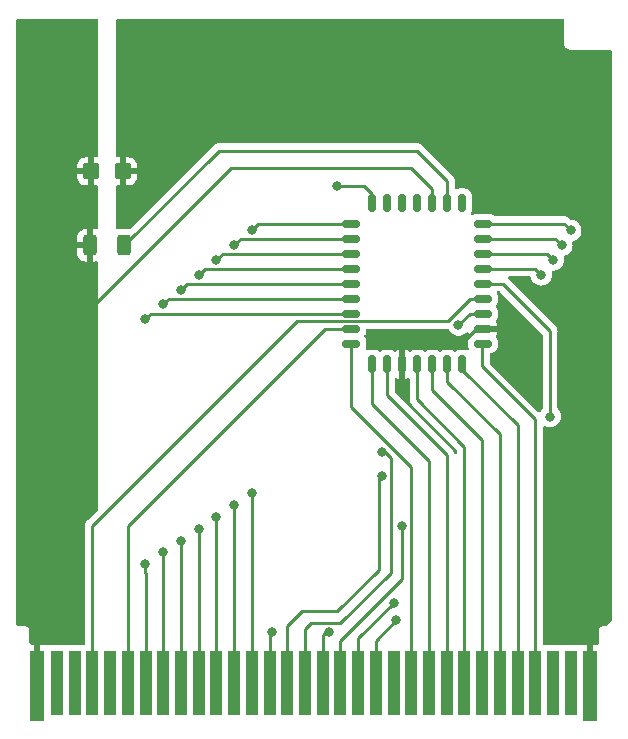
<source format=gtl>
G04 #@! TF.GenerationSoftware,KiCad,Pcbnew,(6.0.6)*
G04 #@! TF.CreationDate,2022-11-05T17:07:15-04:00*
G04 #@! TF.ProjectId,isaacCart,69736161-6343-4617-9274-2e6b69636164,rev?*
G04 #@! TF.SameCoordinates,Original*
G04 #@! TF.FileFunction,Copper,L1,Top*
G04 #@! TF.FilePolarity,Positive*
%FSLAX46Y46*%
G04 Gerber Fmt 4.6, Leading zero omitted, Abs format (unit mm)*
G04 Created by KiCad (PCBNEW (6.0.6)) date 2022-11-05 17:07:15*
%MOMM*%
%LPD*%
G01*
G04 APERTURE LIST*
G04 Aperture macros list*
%AMRoundRect*
0 Rectangle with rounded corners*
0 $1 Rounding radius*
0 $2 $3 $4 $5 $6 $7 $8 $9 X,Y pos of 4 corners*
0 Add a 4 corners polygon primitive as box body*
4,1,4,$2,$3,$4,$5,$6,$7,$8,$9,$2,$3,0*
0 Add four circle primitives for the rounded corners*
1,1,$1+$1,$2,$3*
1,1,$1+$1,$4,$5*
1,1,$1+$1,$6,$7*
1,1,$1+$1,$8,$9*
0 Add four rect primitives between the rounded corners*
20,1,$1+$1,$2,$3,$4,$5,0*
20,1,$1+$1,$4,$5,$6,$7,0*
20,1,$1+$1,$6,$7,$8,$9,0*
20,1,$1+$1,$8,$9,$2,$3,0*%
G04 Aperture macros list end*
G04 #@! TA.AperFunction,SMDPad,CuDef*
%ADD10RoundRect,0.250000X0.312500X0.625000X-0.312500X0.625000X-0.312500X-0.625000X0.312500X-0.625000X0*%
G04 #@! TD*
G04 #@! TA.AperFunction,ConnectorPad*
%ADD11R,1.300000X6.000000*%
G04 #@! TD*
G04 #@! TA.AperFunction,ConnectorPad*
%ADD12R,1.000000X5.500000*%
G04 #@! TD*
G04 #@! TA.AperFunction,SMDPad,CuDef*
%ADD13RoundRect,0.250000X-0.450000X-0.425000X0.450000X-0.425000X0.450000X0.425000X-0.450000X0.425000X0*%
G04 #@! TD*
G04 #@! TA.AperFunction,SMDPad,CuDef*
%ADD14RoundRect,0.150000X-0.150000X-0.587500X0.150000X-0.587500X0.150000X0.587500X-0.150000X0.587500X0*%
G04 #@! TD*
G04 #@! TA.AperFunction,SMDPad,CuDef*
%ADD15RoundRect,0.150000X-0.587500X-0.150000X0.587500X-0.150000X0.587500X0.150000X-0.587500X0.150000X0*%
G04 #@! TD*
G04 #@! TA.AperFunction,ViaPad*
%ADD16C,0.800000*%
G04 #@! TD*
G04 #@! TA.AperFunction,Conductor*
%ADD17C,0.250000*%
G04 #@! TD*
G04 APERTURE END LIST*
D10*
X112652500Y-97870000D03*
X109727500Y-97870000D03*
D11*
X152091240Y-135183407D03*
D12*
X150441240Y-134933407D03*
X148941240Y-134933407D03*
X147441240Y-134933407D03*
X145941240Y-134933407D03*
X144441240Y-134933407D03*
X142941240Y-134933407D03*
X141441240Y-134933407D03*
X139941240Y-134933407D03*
X138441240Y-134933407D03*
X136941240Y-134933407D03*
X135441240Y-134933407D03*
X133941240Y-134933407D03*
X132441240Y-134933407D03*
X130941240Y-134933407D03*
X129441240Y-134933407D03*
X127941240Y-134933407D03*
X126441240Y-134933407D03*
X124941240Y-134933407D03*
X123441240Y-134933407D03*
X121941240Y-134933407D03*
X120441240Y-134933407D03*
X118941240Y-134933407D03*
X117441240Y-134933407D03*
X115941240Y-134933407D03*
X114441240Y-134933407D03*
X112941240Y-134933407D03*
X111441240Y-134933407D03*
X109941240Y-134933407D03*
X108441240Y-134933407D03*
X106941240Y-134933407D03*
D11*
X105291240Y-135183407D03*
D13*
X109840000Y-91620000D03*
X112540000Y-91620000D03*
D14*
X137440000Y-94282500D03*
X136170000Y-94282500D03*
X134900000Y-94282500D03*
X133630000Y-94282500D03*
D15*
X131877500Y-96040000D03*
X131877500Y-97310000D03*
X131877500Y-98580000D03*
X131877500Y-99850000D03*
X131877500Y-101120000D03*
X131877500Y-102390000D03*
X131877500Y-103660000D03*
X131877500Y-104930000D03*
X131877500Y-106200000D03*
D14*
X133630000Y-107957500D03*
X134900000Y-107957500D03*
X136170000Y-107957500D03*
X137440000Y-107957500D03*
X138710000Y-107957500D03*
X139980000Y-107957500D03*
X141250000Y-107957500D03*
D15*
X143002500Y-106200000D03*
X143002500Y-104930000D03*
X143002500Y-103660000D03*
X143002500Y-102390000D03*
X143002500Y-101120000D03*
X143002500Y-99850000D03*
X143002500Y-98580000D03*
X143002500Y-97310000D03*
X143002500Y-96040000D03*
D14*
X141250000Y-94282500D03*
X139980000Y-94282500D03*
X138710000Y-94282500D03*
D16*
X145528576Y-104531424D03*
X151440000Y-95370000D03*
X114440000Y-104120000D03*
X114440000Y-124870000D03*
X115940000Y-123870000D03*
X115940000Y-102870000D03*
X117440000Y-122870000D03*
X117440000Y-101620000D03*
X118940000Y-100370000D03*
X118940000Y-121870000D03*
X120440000Y-120870000D03*
X120440000Y-99120000D03*
X121940000Y-119870000D03*
X121940000Y-97855500D03*
X123440000Y-118870000D03*
X123440000Y-96585500D03*
X125190000Y-130620000D03*
X148965500Y-99120000D03*
X134465500Y-117370000D03*
X147940000Y-100370000D03*
X140940000Y-104620000D03*
X134440000Y-115370497D03*
X129940000Y-130620000D03*
X148690000Y-112370000D03*
X130690000Y-92870000D03*
X136190000Y-121620000D03*
X135440000Y-128120000D03*
X149690000Y-97870000D03*
X150440000Y-96620000D03*
X135690000Y-129620000D03*
D17*
X121690000Y-91370000D02*
X109690000Y-103370000D01*
X136940000Y-91370000D02*
X121690000Y-91370000D01*
X138710000Y-94282500D02*
X138710000Y-93140000D01*
X138710000Y-93140000D02*
X136940000Y-91370000D01*
X130941240Y-131368760D02*
X130941240Y-134933407D01*
X136190000Y-121620000D02*
X136190000Y-126120000D01*
X136190000Y-126120000D02*
X130941240Y-131368760D01*
X133630000Y-93560000D02*
X133630000Y-94282500D01*
X130690000Y-92870000D02*
X132940000Y-92870000D01*
X132940000Y-92870000D02*
X133630000Y-93560000D01*
X140940000Y-104620000D02*
X141900000Y-103660000D01*
X141900000Y-103660000D02*
X143002500Y-103660000D01*
X124941240Y-130868760D02*
X124941240Y-134933407D01*
X125190000Y-130620000D02*
X124941240Y-130868760D01*
X129692480Y-130620000D02*
X129441240Y-130871240D01*
X129940000Y-130620000D02*
X129692480Y-130620000D01*
X129441240Y-130871240D02*
X129441240Y-134933407D01*
X141920000Y-102390000D02*
X143002500Y-102390000D01*
X140025000Y-104285000D02*
X141920000Y-102390000D01*
X109941240Y-121618760D02*
X127275000Y-104285000D01*
X127275000Y-104285000D02*
X140025000Y-104285000D01*
X109941240Y-134933407D02*
X109941240Y-121618760D01*
X126441240Y-130121240D02*
X126441240Y-134933407D01*
X126440000Y-130120000D02*
X126441240Y-130121240D01*
X127690000Y-128870000D02*
X126440000Y-130120000D01*
X130690000Y-128870000D02*
X127690000Y-128870000D01*
X134190000Y-125370000D02*
X130690000Y-128870000D01*
X134190000Y-117645500D02*
X134190000Y-125370000D01*
X134465500Y-117370000D02*
X134190000Y-117645500D01*
X128440000Y-129870000D02*
X127941240Y-130368760D01*
X135190000Y-115870000D02*
X135190000Y-125620000D01*
X135190000Y-125620000D02*
X130940000Y-129870000D01*
X127941240Y-130368760D02*
X127941240Y-134933407D01*
X134690497Y-115370497D02*
X135190000Y-115870000D01*
X134440000Y-115370497D02*
X134690497Y-115370497D01*
X130940000Y-129870000D02*
X128440000Y-129870000D01*
X114440000Y-125620000D02*
X114440000Y-124870000D01*
X121940000Y-119870000D02*
X121941240Y-119871240D01*
X118940000Y-121870000D02*
X118941240Y-121871240D01*
X133630000Y-111310000D02*
X138441240Y-116121240D01*
X147441240Y-112621240D02*
X142940000Y-108120000D01*
X123440000Y-118870000D02*
X123441240Y-118871240D01*
X112941240Y-121618760D02*
X129630000Y-104930000D01*
X117441240Y-122871240D02*
X117441240Y-134933407D01*
X112941240Y-134933407D02*
X112941240Y-121618760D01*
X129630000Y-104930000D02*
X131877500Y-104930000D01*
X114441240Y-134933407D02*
X114441240Y-125621240D01*
X114441240Y-125621240D02*
X114440000Y-125620000D01*
X115940000Y-123870000D02*
X115941240Y-123871240D01*
X115941240Y-123871240D02*
X115941240Y-134933407D01*
X117440000Y-122870000D02*
X117441240Y-122871240D01*
X118941240Y-121871240D02*
X118941240Y-134933407D01*
X138690000Y-107977500D02*
X138710000Y-107957500D01*
X120440000Y-120870000D02*
X120441240Y-120871240D01*
X120441240Y-120871240D02*
X120441240Y-134933407D01*
X121941240Y-119871240D02*
X121941240Y-134933407D01*
X123441240Y-118871240D02*
X123441240Y-134933407D01*
X132441240Y-134933407D02*
X132441240Y-131118760D01*
X132441240Y-131118760D02*
X135440000Y-128120000D01*
X133941240Y-134933407D02*
X133941240Y-131368760D01*
X147441240Y-134933407D02*
X147441240Y-112621240D01*
X133941240Y-131368760D02*
X135690000Y-129620000D01*
X136941240Y-134933407D02*
X136941240Y-116621240D01*
X136941240Y-116621240D02*
X131877500Y-111557500D01*
X131877500Y-111557500D02*
X131877500Y-106200000D01*
X133630000Y-107957500D02*
X133630000Y-111310000D01*
X138441240Y-116121240D02*
X138441240Y-134933407D01*
X139941240Y-134933407D02*
X139941240Y-115621240D01*
X139941240Y-115621240D02*
X134900000Y-110580000D01*
X134900000Y-110580000D02*
X134900000Y-107957500D01*
X137440000Y-107957500D02*
X137440000Y-110926802D01*
X137440000Y-110926802D02*
X141441240Y-114928042D01*
X141441240Y-114928042D02*
X141441240Y-134933407D01*
X142941240Y-134933407D02*
X142941240Y-114371240D01*
X142941240Y-114371240D02*
X138690000Y-110120000D01*
X138690000Y-110120000D02*
X138690000Y-107977500D01*
X139980000Y-107957500D02*
X139980000Y-109410000D01*
X139980000Y-109410000D02*
X144441240Y-113871240D01*
X144441240Y-113871240D02*
X144441240Y-134933407D01*
X141250000Y-107957500D02*
X141250000Y-108430000D01*
X141250000Y-108430000D02*
X145940000Y-113120000D01*
X145940000Y-113120000D02*
X145940000Y-134932167D01*
X145940000Y-134932167D02*
X145941240Y-134933407D01*
X142940000Y-108120000D02*
X142940000Y-106262500D01*
X142940000Y-106262500D02*
X143002500Y-106200000D01*
X142405305Y-104930000D02*
X141215305Y-106120000D01*
X144690000Y-101120000D02*
X143002500Y-101120000D01*
X148690000Y-112370000D02*
X148690000Y-105120000D01*
X148690000Y-105120000D02*
X144690000Y-101120000D01*
X147940000Y-100370000D02*
X147420000Y-99850000D01*
X147420000Y-99850000D02*
X143002500Y-99850000D01*
X145130000Y-104930000D02*
X143002500Y-104930000D01*
X145528576Y-104531424D02*
X145130000Y-104930000D01*
X143002500Y-104930000D02*
X142405305Y-104930000D01*
X136170000Y-107818249D02*
X136170000Y-107957500D01*
X149860000Y-96040000D02*
X143002500Y-96040000D01*
X150440000Y-96620000D02*
X149860000Y-96040000D01*
X148425500Y-98580000D02*
X143002500Y-98580000D01*
X148965500Y-99120000D02*
X148425500Y-98580000D01*
X149690000Y-97870000D02*
X149130000Y-97310000D01*
X149130000Y-97310000D02*
X143002500Y-97310000D01*
X123985500Y-96040000D02*
X123440000Y-96585500D01*
X131877500Y-96040000D02*
X123985500Y-96040000D01*
X122485500Y-97310000D02*
X123000000Y-97310000D01*
X121940000Y-97855500D02*
X122485500Y-97310000D01*
X120980000Y-98580000D02*
X131877500Y-98580000D01*
X120440000Y-99120000D02*
X120980000Y-98580000D01*
X131857500Y-99870000D02*
X131877500Y-99850000D01*
X118940000Y-100370000D02*
X119440000Y-99870000D01*
X119440000Y-99870000D02*
X131857500Y-99870000D01*
X117940000Y-101120000D02*
X131877500Y-101120000D01*
X117440000Y-101620000D02*
X117940000Y-101120000D01*
X116420000Y-102390000D02*
X131877500Y-102390000D01*
X115940000Y-102870000D02*
X116420000Y-102390000D01*
X114900000Y-103660000D02*
X131877500Y-103660000D01*
X114440000Y-104120000D02*
X114900000Y-103660000D01*
X131877500Y-97310000D02*
X123000000Y-97310000D01*
X139980000Y-92410000D02*
X139980000Y-94282500D01*
X112652500Y-97870000D02*
X120652500Y-89870000D01*
X120652500Y-89870000D02*
X137440000Y-89870000D01*
X137440000Y-89870000D02*
X139980000Y-92410000D01*
G04 #@! TA.AperFunction,Conductor*
G36*
X149838621Y-78723502D02*
G01*
X149885114Y-78777158D01*
X149896500Y-78829500D01*
X149896500Y-80786377D01*
X149896498Y-80787147D01*
X149896024Y-80864721D01*
X149898491Y-80873352D01*
X149904150Y-80893153D01*
X149907728Y-80909915D01*
X149911920Y-80939187D01*
X149915634Y-80947355D01*
X149915634Y-80947356D01*
X149922548Y-80962562D01*
X149928996Y-80980086D01*
X149936051Y-81004771D01*
X149940843Y-81012365D01*
X149940844Y-81012368D01*
X149951830Y-81029780D01*
X149959969Y-81044863D01*
X149972208Y-81071782D01*
X149978069Y-81078584D01*
X149988970Y-81091235D01*
X150000073Y-81106239D01*
X150013776Y-81127958D01*
X150020501Y-81133897D01*
X150020504Y-81133901D01*
X150035938Y-81147532D01*
X150047982Y-81159724D01*
X150061427Y-81175327D01*
X150061430Y-81175329D01*
X150067287Y-81182127D01*
X150074816Y-81187007D01*
X150074817Y-81187008D01*
X150088835Y-81196094D01*
X150103709Y-81207385D01*
X150116217Y-81218431D01*
X150122951Y-81224378D01*
X150149711Y-81236942D01*
X150164691Y-81245263D01*
X150181983Y-81256471D01*
X150181988Y-81256473D01*
X150189515Y-81261352D01*
X150198108Y-81263922D01*
X150198113Y-81263924D01*
X150214120Y-81268711D01*
X150231564Y-81275372D01*
X150246676Y-81282467D01*
X150246678Y-81282468D01*
X150254800Y-81286281D01*
X150263667Y-81287662D01*
X150263668Y-81287662D01*
X150273310Y-81289163D01*
X150284017Y-81290830D01*
X150300732Y-81294613D01*
X150320466Y-81300515D01*
X150320472Y-81300516D01*
X150329066Y-81303086D01*
X150338037Y-81303141D01*
X150338038Y-81303141D01*
X150348097Y-81303202D01*
X150363506Y-81303296D01*
X150364289Y-81303329D01*
X150365386Y-81303500D01*
X150396377Y-81303500D01*
X150397147Y-81303502D01*
X150470785Y-81303952D01*
X150470786Y-81303952D01*
X150474721Y-81303976D01*
X150476065Y-81303592D01*
X150477410Y-81303500D01*
X153770500Y-81303500D01*
X153838621Y-81323502D01*
X153885114Y-81377158D01*
X153896500Y-81429500D01*
X153896500Y-129611310D01*
X153876498Y-129679431D01*
X153859595Y-129700405D01*
X153510405Y-130049595D01*
X153448093Y-130083621D01*
X153421310Y-130086500D01*
X153313623Y-130086500D01*
X153312853Y-130086498D01*
X153312037Y-130086493D01*
X153235279Y-130086024D01*
X153222246Y-130089749D01*
X153206847Y-130094150D01*
X153190085Y-130097728D01*
X153160813Y-130101920D01*
X153152645Y-130105634D01*
X153152644Y-130105634D01*
X153137438Y-130112548D01*
X153119914Y-130118996D01*
X153095229Y-130126051D01*
X153087635Y-130130843D01*
X153087632Y-130130844D01*
X153070220Y-130141830D01*
X153055137Y-130149969D01*
X153028218Y-130162208D01*
X153021416Y-130168069D01*
X153008765Y-130178970D01*
X152993761Y-130190073D01*
X152972042Y-130203776D01*
X152966103Y-130210501D01*
X152966099Y-130210504D01*
X152952468Y-130225938D01*
X152940276Y-130237982D01*
X152924673Y-130251427D01*
X152924671Y-130251430D01*
X152917873Y-130257287D01*
X152912993Y-130264816D01*
X152912992Y-130264817D01*
X152903906Y-130278835D01*
X152892615Y-130293709D01*
X152888061Y-130298866D01*
X152875622Y-130312951D01*
X152863058Y-130339711D01*
X152854737Y-130354691D01*
X152843529Y-130371983D01*
X152843527Y-130371988D01*
X152838648Y-130379515D01*
X152836078Y-130388108D01*
X152836076Y-130388113D01*
X152831289Y-130404120D01*
X152824628Y-130421564D01*
X152813719Y-130444800D01*
X152812338Y-130453667D01*
X152812338Y-130453668D01*
X152809170Y-130474015D01*
X152805387Y-130490732D01*
X152799485Y-130510466D01*
X152799484Y-130510472D01*
X152796914Y-130519066D01*
X152796859Y-130528037D01*
X152796859Y-130528038D01*
X152796704Y-130553497D01*
X152796671Y-130554289D01*
X152796500Y-130555386D01*
X152796500Y-130586377D01*
X152796498Y-130587147D01*
X152796024Y-130664721D01*
X152796408Y-130666065D01*
X152796500Y-130667410D01*
X152796500Y-131549407D01*
X152776498Y-131617528D01*
X152722842Y-131664021D01*
X152670500Y-131675407D01*
X152363355Y-131675407D01*
X152348116Y-131679882D01*
X152346911Y-131681272D01*
X152345240Y-131688955D01*
X152345240Y-133870000D01*
X151837240Y-133870000D01*
X151837240Y-131693523D01*
X151832765Y-131678284D01*
X151831375Y-131677079D01*
X151823692Y-131675408D01*
X151396571Y-131675408D01*
X151389750Y-131675778D01*
X151338888Y-131681302D01*
X151323634Y-131684929D01*
X151236181Y-131717713D01*
X151165374Y-131722896D01*
X151147723Y-131717713D01*
X151058958Y-131684436D01*
X151058952Y-131684434D01*
X151051556Y-131681662D01*
X150989374Y-131674907D01*
X149893106Y-131674907D01*
X149830924Y-131681662D01*
X149823528Y-131684434D01*
X149823522Y-131684436D01*
X149735469Y-131717446D01*
X149664662Y-131722629D01*
X149647011Y-131717446D01*
X149558958Y-131684436D01*
X149558952Y-131684434D01*
X149551556Y-131681662D01*
X149489374Y-131674907D01*
X148393106Y-131674907D01*
X148330924Y-131681662D01*
X148244969Y-131713885D01*
X148174163Y-131719068D01*
X148111794Y-131685147D01*
X148077664Y-131622892D01*
X148074740Y-131595903D01*
X148074740Y-113284569D01*
X148094742Y-113216448D01*
X148148398Y-113169955D01*
X148218672Y-113159851D01*
X148251989Y-113169462D01*
X148275865Y-113180092D01*
X148407712Y-113238794D01*
X148501113Y-113258647D01*
X148588056Y-113277128D01*
X148588061Y-113277128D01*
X148594513Y-113278500D01*
X148785487Y-113278500D01*
X148791939Y-113277128D01*
X148791944Y-113277128D01*
X148878887Y-113258647D01*
X148972288Y-113238794D01*
X148978319Y-113236109D01*
X149140722Y-113163803D01*
X149140724Y-113163802D01*
X149146752Y-113161118D01*
X149301253Y-113048866D01*
X149380185Y-112961203D01*
X149424621Y-112911852D01*
X149424622Y-112911851D01*
X149429040Y-112906944D01*
X149524527Y-112741556D01*
X149583542Y-112559928D01*
X149603504Y-112370000D01*
X149583542Y-112180072D01*
X149524527Y-111998444D01*
X149429040Y-111833056D01*
X149355863Y-111751785D01*
X149325147Y-111687779D01*
X149323500Y-111667476D01*
X149323500Y-105198767D01*
X149324027Y-105187584D01*
X149325702Y-105180091D01*
X149324975Y-105156944D01*
X149323562Y-105112014D01*
X149323500Y-105108055D01*
X149323500Y-105080144D01*
X149322995Y-105076144D01*
X149322062Y-105064301D01*
X149322004Y-105062432D01*
X149320673Y-105020110D01*
X149315022Y-105000658D01*
X149311014Y-104981306D01*
X149309467Y-104969063D01*
X149308474Y-104961203D01*
X149305556Y-104953832D01*
X149292200Y-104920097D01*
X149288355Y-104908870D01*
X149287721Y-104906687D01*
X149276018Y-104866407D01*
X149271984Y-104859585D01*
X149271981Y-104859579D01*
X149265706Y-104848968D01*
X149257010Y-104831218D01*
X149252472Y-104819756D01*
X149252469Y-104819751D01*
X149249552Y-104812383D01*
X149223573Y-104776625D01*
X149217057Y-104766707D01*
X149198575Y-104735457D01*
X149194542Y-104728637D01*
X149180218Y-104714313D01*
X149167376Y-104699278D01*
X149155472Y-104682893D01*
X149121406Y-104654711D01*
X149112627Y-104646722D01*
X145193652Y-100727747D01*
X145186112Y-100719461D01*
X145182000Y-100712982D01*
X145169614Y-100701351D01*
X145133648Y-100640138D01*
X145136485Y-100569198D01*
X145177225Y-100511054D01*
X145242933Y-100484165D01*
X145255866Y-100483500D01*
X146930081Y-100483500D01*
X146998202Y-100503502D01*
X147044695Y-100557158D01*
X147049913Y-100570562D01*
X147105473Y-100741556D01*
X147108776Y-100747278D01*
X147108777Y-100747279D01*
X147142686Y-100806010D01*
X147200960Y-100906944D01*
X147205378Y-100911851D01*
X147205379Y-100911852D01*
X147324325Y-101043955D01*
X147328747Y-101048866D01*
X147483248Y-101161118D01*
X147489276Y-101163802D01*
X147489278Y-101163803D01*
X147651681Y-101236109D01*
X147657712Y-101238794D01*
X147732680Y-101254729D01*
X147838056Y-101277128D01*
X147838061Y-101277128D01*
X147844513Y-101278500D01*
X148035487Y-101278500D01*
X148041939Y-101277128D01*
X148041944Y-101277128D01*
X148147320Y-101254729D01*
X148222288Y-101238794D01*
X148228319Y-101236109D01*
X148390722Y-101163803D01*
X148390724Y-101163802D01*
X148396752Y-101161118D01*
X148551253Y-101048866D01*
X148555675Y-101043955D01*
X148674621Y-100911852D01*
X148674622Y-100911851D01*
X148679040Y-100906944D01*
X148737314Y-100806010D01*
X148771223Y-100747279D01*
X148771224Y-100747278D01*
X148774527Y-100741556D01*
X148833542Y-100559928D01*
X148834537Y-100550467D01*
X148852814Y-100376565D01*
X148853504Y-100370000D01*
X148833542Y-100180072D01*
X148833117Y-100178763D01*
X148838372Y-100109905D01*
X148881189Y-100053273D01*
X148947827Y-100028780D01*
X148956216Y-100028500D01*
X149060987Y-100028500D01*
X149067439Y-100027128D01*
X149067444Y-100027128D01*
X149172820Y-100004729D01*
X149247788Y-99988794D01*
X149253819Y-99986109D01*
X149416222Y-99913803D01*
X149416224Y-99913802D01*
X149422252Y-99911118D01*
X149576753Y-99798866D01*
X149581175Y-99793955D01*
X149700121Y-99661852D01*
X149700122Y-99661851D01*
X149704540Y-99656944D01*
X149762814Y-99556010D01*
X149796723Y-99497279D01*
X149796724Y-99497278D01*
X149800027Y-99491556D01*
X149859042Y-99309928D01*
X149862002Y-99281770D01*
X149878314Y-99126565D01*
X149879004Y-99120000D01*
X149859042Y-98930072D01*
X149851466Y-98906755D01*
X149849438Y-98835789D01*
X149886100Y-98774991D01*
X149945100Y-98744574D01*
X149965825Y-98740168D01*
X149965827Y-98740167D01*
X149972288Y-98738794D01*
X149978319Y-98736109D01*
X150140722Y-98663803D01*
X150140724Y-98663802D01*
X150146752Y-98661118D01*
X150301253Y-98548866D01*
X150305675Y-98543955D01*
X150424621Y-98411852D01*
X150424622Y-98411851D01*
X150429040Y-98406944D01*
X150517076Y-98254461D01*
X150521223Y-98247279D01*
X150521224Y-98247278D01*
X150524527Y-98241556D01*
X150583542Y-98059928D01*
X150584594Y-98049925D01*
X150602814Y-97876565D01*
X150603504Y-97870000D01*
X150590586Y-97747094D01*
X150584232Y-97686635D01*
X150584232Y-97686633D01*
X150583542Y-97680072D01*
X150577614Y-97661827D01*
X150575585Y-97590862D01*
X150612246Y-97530063D01*
X150671248Y-97499644D01*
X150715824Y-97490169D01*
X150715833Y-97490166D01*
X150722288Y-97488794D01*
X150728319Y-97486109D01*
X150890722Y-97413803D01*
X150890724Y-97413802D01*
X150896752Y-97411118D01*
X151051253Y-97298866D01*
X151055675Y-97293955D01*
X151174621Y-97161852D01*
X151174622Y-97161851D01*
X151179040Y-97156944D01*
X151274527Y-96991556D01*
X151333542Y-96809928D01*
X151336806Y-96778879D01*
X151352814Y-96626565D01*
X151353504Y-96620000D01*
X151343360Y-96523483D01*
X151334232Y-96436635D01*
X151334232Y-96436633D01*
X151333542Y-96430072D01*
X151274527Y-96248444D01*
X151179040Y-96083056D01*
X151051253Y-95941134D01*
X150896752Y-95828882D01*
X150890724Y-95826198D01*
X150890722Y-95826197D01*
X150728319Y-95753891D01*
X150728318Y-95753891D01*
X150722288Y-95751206D01*
X150628887Y-95731353D01*
X150541944Y-95712872D01*
X150541939Y-95712872D01*
X150535487Y-95711500D01*
X150479595Y-95711500D01*
X150411474Y-95691498D01*
X150390500Y-95674595D01*
X150363652Y-95647747D01*
X150356112Y-95639461D01*
X150352000Y-95632982D01*
X150302348Y-95586356D01*
X150299507Y-95583602D01*
X150279770Y-95563865D01*
X150276573Y-95561385D01*
X150267551Y-95553680D01*
X150254116Y-95541064D01*
X150235321Y-95523414D01*
X150228375Y-95519595D01*
X150228372Y-95519593D01*
X150217566Y-95513652D01*
X150201047Y-95502801D01*
X150200583Y-95502441D01*
X150185041Y-95490386D01*
X150177772Y-95487241D01*
X150177768Y-95487238D01*
X150144463Y-95472826D01*
X150133813Y-95467609D01*
X150095060Y-95446305D01*
X150075437Y-95441267D01*
X150056734Y-95434863D01*
X150045420Y-95429967D01*
X150045419Y-95429967D01*
X150038145Y-95426819D01*
X150030322Y-95425580D01*
X150030312Y-95425577D01*
X149994476Y-95419901D01*
X149982856Y-95417495D01*
X149947711Y-95408472D01*
X149947710Y-95408472D01*
X149940030Y-95406500D01*
X149919776Y-95406500D01*
X149900065Y-95404949D01*
X149897534Y-95404548D01*
X149880057Y-95401780D01*
X149872165Y-95402526D01*
X149836039Y-95405941D01*
X149824181Y-95406500D01*
X144089950Y-95406500D01*
X144021829Y-95386498D01*
X144008729Y-95375941D01*
X144008675Y-95376011D01*
X144002415Y-95371155D01*
X143996807Y-95365547D01*
X143989983Y-95361511D01*
X143989980Y-95361509D01*
X143860427Y-95284892D01*
X143860428Y-95284892D01*
X143853601Y-95280855D01*
X143845990Y-95278644D01*
X143845988Y-95278643D01*
X143793769Y-95263472D01*
X143693831Y-95234438D01*
X143687426Y-95233934D01*
X143687421Y-95233933D01*
X143658958Y-95231693D01*
X143658950Y-95231693D01*
X143656502Y-95231500D01*
X142348498Y-95231500D01*
X142346050Y-95231693D01*
X142346042Y-95231693D01*
X142317579Y-95233933D01*
X142317574Y-95233934D01*
X142311169Y-95234438D01*
X142304997Y-95236231D01*
X142304992Y-95236232D01*
X142257297Y-95250089D01*
X142169398Y-95275626D01*
X142098403Y-95275423D01*
X142038786Y-95236869D01*
X142009478Y-95172204D01*
X142013249Y-95119477D01*
X142053767Y-94980011D01*
X142053768Y-94980007D01*
X142055562Y-94973831D01*
X142058500Y-94936502D01*
X142058500Y-93628498D01*
X142058307Y-93626042D01*
X142056067Y-93597579D01*
X142056066Y-93597574D01*
X142055562Y-93591169D01*
X142009145Y-93431399D01*
X141991301Y-93401226D01*
X141928491Y-93295020D01*
X141928489Y-93295017D01*
X141924453Y-93288193D01*
X141806807Y-93170547D01*
X141799983Y-93166511D01*
X141799980Y-93166509D01*
X141672179Y-93090928D01*
X141663601Y-93085855D01*
X141655990Y-93083644D01*
X141655988Y-93083643D01*
X141595968Y-93066206D01*
X141503831Y-93039438D01*
X141497426Y-93038934D01*
X141497421Y-93038933D01*
X141468958Y-93036693D01*
X141468950Y-93036693D01*
X141466502Y-93036500D01*
X141033498Y-93036500D01*
X141031050Y-93036693D01*
X141031042Y-93036693D01*
X141002579Y-93038933D01*
X141002574Y-93038934D01*
X140996169Y-93039438D01*
X140904032Y-93066206D01*
X140844012Y-93083643D01*
X140844010Y-93083644D01*
X140836399Y-93085855D01*
X140803637Y-93105231D01*
X140734822Y-93122689D01*
X140667491Y-93100172D01*
X140623022Y-93044827D01*
X140613500Y-92996776D01*
X140613500Y-92488763D01*
X140614027Y-92477579D01*
X140615701Y-92470091D01*
X140613562Y-92402032D01*
X140613500Y-92398075D01*
X140613500Y-92370144D01*
X140612994Y-92366138D01*
X140612061Y-92354292D01*
X140612034Y-92353414D01*
X140610673Y-92310110D01*
X140605022Y-92290658D01*
X140601014Y-92271306D01*
X140599468Y-92259068D01*
X140599467Y-92259066D01*
X140598474Y-92251203D01*
X140582194Y-92210086D01*
X140578359Y-92198885D01*
X140566018Y-92156406D01*
X140561985Y-92149587D01*
X140561983Y-92149582D01*
X140555707Y-92138971D01*
X140547010Y-92121221D01*
X140539552Y-92102383D01*
X140532115Y-92092146D01*
X140513572Y-92066625D01*
X140507053Y-92056701D01*
X140488578Y-92025460D01*
X140488574Y-92025455D01*
X140484542Y-92018637D01*
X140470218Y-92004313D01*
X140457376Y-91989278D01*
X140445472Y-91972893D01*
X140411406Y-91944711D01*
X140402627Y-91936722D01*
X137943652Y-89477747D01*
X137936112Y-89469461D01*
X137932000Y-89462982D01*
X137882348Y-89416356D01*
X137879507Y-89413602D01*
X137859770Y-89393865D01*
X137856573Y-89391385D01*
X137847551Y-89383680D01*
X137834116Y-89371064D01*
X137815321Y-89353414D01*
X137808375Y-89349595D01*
X137808372Y-89349593D01*
X137797566Y-89343652D01*
X137781047Y-89332801D01*
X137780583Y-89332441D01*
X137765041Y-89320386D01*
X137757772Y-89317241D01*
X137757768Y-89317238D01*
X137724463Y-89302826D01*
X137713813Y-89297609D01*
X137675060Y-89276305D01*
X137655437Y-89271267D01*
X137636734Y-89264863D01*
X137625420Y-89259967D01*
X137625419Y-89259967D01*
X137618145Y-89256819D01*
X137610322Y-89255580D01*
X137610312Y-89255577D01*
X137574476Y-89249901D01*
X137562856Y-89247495D01*
X137527711Y-89238472D01*
X137527710Y-89238472D01*
X137520030Y-89236500D01*
X137499776Y-89236500D01*
X137480065Y-89234949D01*
X137477534Y-89234548D01*
X137460057Y-89231780D01*
X137452165Y-89232526D01*
X137416039Y-89235941D01*
X137404181Y-89236500D01*
X120731263Y-89236500D01*
X120720079Y-89235973D01*
X120712591Y-89234299D01*
X120704668Y-89234548D01*
X120644533Y-89236438D01*
X120640575Y-89236500D01*
X120612644Y-89236500D01*
X120608729Y-89236995D01*
X120608725Y-89236995D01*
X120608667Y-89237003D01*
X120608638Y-89237006D01*
X120596796Y-89237939D01*
X120552610Y-89239327D01*
X120535244Y-89244372D01*
X120533158Y-89244978D01*
X120513806Y-89248986D01*
X120501568Y-89250532D01*
X120501566Y-89250533D01*
X120493703Y-89251526D01*
X120452586Y-89267806D01*
X120441385Y-89271641D01*
X120398906Y-89283982D01*
X120392087Y-89288015D01*
X120392082Y-89288017D01*
X120381471Y-89294293D01*
X120363721Y-89302990D01*
X120344883Y-89310448D01*
X120338467Y-89315109D01*
X120338466Y-89315110D01*
X120309125Y-89336428D01*
X120299201Y-89342947D01*
X120267960Y-89361422D01*
X120267955Y-89361426D01*
X120261137Y-89365458D01*
X120246813Y-89379782D01*
X120231781Y-89392621D01*
X120215393Y-89404528D01*
X120187212Y-89438593D01*
X120179222Y-89447373D01*
X113170860Y-96455735D01*
X113108548Y-96489761D01*
X113068923Y-96491984D01*
X113015400Y-96486500D01*
X112289600Y-96486500D01*
X112286354Y-96486837D01*
X112286350Y-96486837D01*
X112190692Y-96496762D01*
X112190688Y-96496763D01*
X112183834Y-96497474D01*
X112177298Y-96499655D01*
X112177296Y-96499655D01*
X112105876Y-96523483D01*
X112034927Y-96526067D01*
X111973843Y-96489884D01*
X111942018Y-96426420D01*
X111940000Y-96403959D01*
X111940000Y-92929000D01*
X111960002Y-92860879D01*
X112013658Y-92814386D01*
X112066000Y-92803000D01*
X112267885Y-92803000D01*
X112283124Y-92798525D01*
X112284329Y-92797135D01*
X112286000Y-92789452D01*
X112286000Y-92784884D01*
X112794000Y-92784884D01*
X112798475Y-92800123D01*
X112799865Y-92801328D01*
X112807548Y-92802999D01*
X113037095Y-92802999D01*
X113043614Y-92802662D01*
X113139206Y-92792743D01*
X113152600Y-92789851D01*
X113306784Y-92738412D01*
X113319962Y-92732239D01*
X113457807Y-92646937D01*
X113469208Y-92637901D01*
X113583739Y-92523171D01*
X113592751Y-92511760D01*
X113677816Y-92373757D01*
X113683963Y-92360576D01*
X113735138Y-92206290D01*
X113738005Y-92192914D01*
X113747672Y-92098562D01*
X113748000Y-92092146D01*
X113748000Y-91892115D01*
X113743525Y-91876876D01*
X113742135Y-91875671D01*
X113734452Y-91874000D01*
X112812115Y-91874000D01*
X112796876Y-91878475D01*
X112795671Y-91879865D01*
X112794000Y-91887548D01*
X112794000Y-92784884D01*
X112286000Y-92784884D01*
X112286000Y-91347885D01*
X112794000Y-91347885D01*
X112798475Y-91363124D01*
X112799865Y-91364329D01*
X112807548Y-91366000D01*
X113729884Y-91366000D01*
X113745123Y-91361525D01*
X113746328Y-91360135D01*
X113747999Y-91352452D01*
X113747999Y-91147905D01*
X113747662Y-91141386D01*
X113737743Y-91045794D01*
X113734851Y-91032400D01*
X113683412Y-90878216D01*
X113677239Y-90865038D01*
X113591937Y-90727193D01*
X113582901Y-90715792D01*
X113468171Y-90601261D01*
X113456760Y-90592249D01*
X113318757Y-90507184D01*
X113305576Y-90501037D01*
X113151290Y-90449862D01*
X113137914Y-90446995D01*
X113043562Y-90437328D01*
X113037145Y-90437000D01*
X112812115Y-90437000D01*
X112796876Y-90441475D01*
X112795671Y-90442865D01*
X112794000Y-90450548D01*
X112794000Y-91347885D01*
X112286000Y-91347885D01*
X112286000Y-90455116D01*
X112281525Y-90439877D01*
X112280135Y-90438672D01*
X112272452Y-90437001D01*
X112066000Y-90437001D01*
X111997879Y-90416999D01*
X111951386Y-90363343D01*
X111940000Y-90311001D01*
X111940000Y-78829500D01*
X111960002Y-78761379D01*
X112013658Y-78714886D01*
X112066000Y-78703500D01*
X149770500Y-78703500D01*
X149838621Y-78723502D01*
G37*
G04 #@! TD.AperFunction*
G04 #@! TA.AperFunction,Conductor*
G36*
X139957416Y-104919027D02*
G01*
X139964909Y-104920702D01*
X139972834Y-104920453D01*
X139972835Y-104920453D01*
X139979936Y-104920230D01*
X139988540Y-104919959D01*
X140057255Y-104937811D01*
X140105071Y-104991788D01*
X140105473Y-104991556D01*
X140105821Y-104992158D01*
X140108774Y-104997273D01*
X140108776Y-104997278D01*
X140156619Y-105080144D01*
X140200960Y-105156944D01*
X140205378Y-105161851D01*
X140205379Y-105161852D01*
X140264850Y-105227901D01*
X140328747Y-105298866D01*
X140483248Y-105411118D01*
X140489276Y-105413802D01*
X140489278Y-105413803D01*
X140651681Y-105486109D01*
X140657712Y-105488794D01*
X140739182Y-105506111D01*
X140838056Y-105527128D01*
X140838061Y-105527128D01*
X140844513Y-105528500D01*
X141035487Y-105528500D01*
X141041939Y-105527128D01*
X141041944Y-105527128D01*
X141140818Y-105506111D01*
X141222288Y-105488794D01*
X141228319Y-105486109D01*
X141390722Y-105413803D01*
X141390724Y-105413802D01*
X141396752Y-105411118D01*
X141551253Y-105298866D01*
X141582838Y-105263788D01*
X141643284Y-105226549D01*
X141714268Y-105227901D01*
X141773252Y-105267415D01*
X141797470Y-105312946D01*
X141804106Y-105335788D01*
X141810352Y-105350221D01*
X141886911Y-105479677D01*
X141892871Y-105487360D01*
X141918820Y-105553444D01*
X141904922Y-105623067D01*
X141894579Y-105639161D01*
X141890547Y-105643193D01*
X141805855Y-105786399D01*
X141759438Y-105946169D01*
X141756500Y-105983498D01*
X141756500Y-106416502D01*
X141759438Y-106453831D01*
X141761232Y-106460007D01*
X141761233Y-106460011D01*
X141801751Y-106599477D01*
X141801548Y-106670473D01*
X141762994Y-106730089D01*
X141698329Y-106759397D01*
X141645603Y-106755626D01*
X141587077Y-106738623D01*
X141510008Y-106716232D01*
X141510003Y-106716231D01*
X141503831Y-106714438D01*
X141497426Y-106713934D01*
X141497421Y-106713933D01*
X141468958Y-106711693D01*
X141468950Y-106711693D01*
X141466502Y-106711500D01*
X141033498Y-106711500D01*
X141031050Y-106711693D01*
X141031042Y-106711693D01*
X141002579Y-106713933D01*
X141002574Y-106713934D01*
X140996169Y-106714438D01*
X140931858Y-106733122D01*
X140844012Y-106758643D01*
X140844010Y-106758644D01*
X140836399Y-106760855D01*
X140693193Y-106845547D01*
X140690511Y-106848229D01*
X140626139Y-106873502D01*
X140556516Y-106859600D01*
X140540688Y-106849428D01*
X140536807Y-106845547D01*
X140393601Y-106760855D01*
X140385990Y-106758644D01*
X140385988Y-106758643D01*
X140298142Y-106733122D01*
X140233831Y-106714438D01*
X140227426Y-106713934D01*
X140227421Y-106713933D01*
X140198958Y-106711693D01*
X140198950Y-106711693D01*
X140196502Y-106711500D01*
X139763498Y-106711500D01*
X139761050Y-106711693D01*
X139761042Y-106711693D01*
X139732579Y-106713933D01*
X139732574Y-106713934D01*
X139726169Y-106714438D01*
X139661858Y-106733122D01*
X139574012Y-106758643D01*
X139574010Y-106758644D01*
X139566399Y-106760855D01*
X139423193Y-106845547D01*
X139420511Y-106848229D01*
X139356139Y-106873502D01*
X139286516Y-106859600D01*
X139270688Y-106849428D01*
X139266807Y-106845547D01*
X139123601Y-106760855D01*
X139115990Y-106758644D01*
X139115988Y-106758643D01*
X139028142Y-106733122D01*
X138963831Y-106714438D01*
X138957426Y-106713934D01*
X138957421Y-106713933D01*
X138928958Y-106711693D01*
X138928950Y-106711693D01*
X138926502Y-106711500D01*
X138493498Y-106711500D01*
X138491050Y-106711693D01*
X138491042Y-106711693D01*
X138462579Y-106713933D01*
X138462574Y-106713934D01*
X138456169Y-106714438D01*
X138391858Y-106733122D01*
X138304012Y-106758643D01*
X138304010Y-106758644D01*
X138296399Y-106760855D01*
X138153193Y-106845547D01*
X138150511Y-106848229D01*
X138086139Y-106873502D01*
X138016516Y-106859600D01*
X138000688Y-106849428D01*
X137996807Y-106845547D01*
X137853601Y-106760855D01*
X137845990Y-106758644D01*
X137845988Y-106758643D01*
X137758142Y-106733122D01*
X137693831Y-106714438D01*
X137687426Y-106713934D01*
X137687421Y-106713933D01*
X137658958Y-106711693D01*
X137658950Y-106711693D01*
X137656502Y-106711500D01*
X137223498Y-106711500D01*
X137221050Y-106711693D01*
X137221042Y-106711693D01*
X137192579Y-106713933D01*
X137192574Y-106713934D01*
X137186169Y-106714438D01*
X137121858Y-106733122D01*
X137034012Y-106758643D01*
X137034010Y-106758644D01*
X137026399Y-106760855D01*
X136883193Y-106845547D01*
X136880253Y-106848487D01*
X136815729Y-106873821D01*
X136746106Y-106859920D01*
X136727360Y-106847871D01*
X136719677Y-106841911D01*
X136590221Y-106765352D01*
X136575790Y-106759107D01*
X136441395Y-106720061D01*
X136427294Y-106720101D01*
X136424000Y-106727370D01*
X136424000Y-109181878D01*
X136427973Y-109195409D01*
X136435871Y-109196544D01*
X136575790Y-109155893D01*
X136590221Y-109149648D01*
X136616361Y-109134189D01*
X136685177Y-109116730D01*
X136752509Y-109139247D01*
X136796978Y-109194591D01*
X136806500Y-109242643D01*
X136806500Y-110848035D01*
X136805973Y-110859218D01*
X136804298Y-110866711D01*
X136804547Y-110874637D01*
X136804547Y-110874638D01*
X136806438Y-110934788D01*
X136806500Y-110938747D01*
X136806500Y-110966658D01*
X136806997Y-110970592D01*
X136806997Y-110970593D01*
X136807005Y-110970658D01*
X136807938Y-110982495D01*
X136809327Y-111026691D01*
X136814978Y-111046141D01*
X136818987Y-111065502D01*
X136821526Y-111085599D01*
X136824445Y-111092970D01*
X136824445Y-111092972D01*
X136837804Y-111126714D01*
X136841649Y-111137944D01*
X136853982Y-111180395D01*
X136858015Y-111187214D01*
X136858017Y-111187219D01*
X136864293Y-111197830D01*
X136872988Y-111215578D01*
X136880448Y-111234419D01*
X136885110Y-111240835D01*
X136885110Y-111240836D01*
X136906436Y-111270189D01*
X136912952Y-111280109D01*
X136935458Y-111318164D01*
X136949779Y-111332485D01*
X136962619Y-111347518D01*
X136974528Y-111363909D01*
X136980634Y-111368960D01*
X137008605Y-111392100D01*
X137017384Y-111400090D01*
X140770835Y-115153542D01*
X140804861Y-115215854D01*
X140807740Y-115242637D01*
X140807740Y-115435042D01*
X140787738Y-115503163D01*
X140734082Y-115549656D01*
X140663808Y-115559760D01*
X140599228Y-115530266D01*
X140560342Y-115467418D01*
X140559714Y-115462443D01*
X140556797Y-115455076D01*
X140556796Y-115455071D01*
X140543438Y-115421332D01*
X140539594Y-115410105D01*
X140529470Y-115375262D01*
X140527258Y-115367647D01*
X140516947Y-115350212D01*
X140508252Y-115332464D01*
X140500792Y-115313623D01*
X140474804Y-115277853D01*
X140468288Y-115267933D01*
X140449820Y-115236705D01*
X140449818Y-115236702D01*
X140445782Y-115229878D01*
X140431461Y-115215557D01*
X140418620Y-115200523D01*
X140411371Y-115190546D01*
X140406712Y-115184133D01*
X140372635Y-115155942D01*
X140363856Y-115147952D01*
X135570405Y-110354500D01*
X135536379Y-110292188D01*
X135533500Y-110265405D01*
X135533500Y-109242643D01*
X135553502Y-109174522D01*
X135607158Y-109128029D01*
X135677432Y-109117925D01*
X135723639Y-109134189D01*
X135749779Y-109149648D01*
X135764210Y-109155893D01*
X135898605Y-109194939D01*
X135912706Y-109194899D01*
X135916000Y-109187630D01*
X135916000Y-106733122D01*
X135912027Y-106719591D01*
X135904129Y-106718456D01*
X135764210Y-106759107D01*
X135749779Y-106765352D01*
X135620324Y-106841910D01*
X135612636Y-106847874D01*
X135546551Y-106873821D01*
X135476928Y-106859920D01*
X135460842Y-106849582D01*
X135456807Y-106845547D01*
X135313601Y-106760855D01*
X135305990Y-106758644D01*
X135305988Y-106758643D01*
X135218142Y-106733122D01*
X135153831Y-106714438D01*
X135147426Y-106713934D01*
X135147421Y-106713933D01*
X135118958Y-106711693D01*
X135118950Y-106711693D01*
X135116502Y-106711500D01*
X134683498Y-106711500D01*
X134681050Y-106711693D01*
X134681042Y-106711693D01*
X134652579Y-106713933D01*
X134652574Y-106713934D01*
X134646169Y-106714438D01*
X134581858Y-106733122D01*
X134494012Y-106758643D01*
X134494010Y-106758644D01*
X134486399Y-106760855D01*
X134343193Y-106845547D01*
X134340511Y-106848229D01*
X134276139Y-106873502D01*
X134206516Y-106859600D01*
X134190688Y-106849428D01*
X134186807Y-106845547D01*
X134043601Y-106760855D01*
X134035990Y-106758644D01*
X134035988Y-106758643D01*
X133948142Y-106733122D01*
X133883831Y-106714438D01*
X133877426Y-106713934D01*
X133877421Y-106713933D01*
X133848958Y-106711693D01*
X133848950Y-106711693D01*
X133846502Y-106711500D01*
X133413498Y-106711500D01*
X133411050Y-106711693D01*
X133411042Y-106711693D01*
X133382579Y-106713933D01*
X133382574Y-106713934D01*
X133376169Y-106714438D01*
X133369997Y-106716231D01*
X133369992Y-106716232D01*
X133292923Y-106738623D01*
X133234398Y-106755626D01*
X133163403Y-106755423D01*
X133103786Y-106716869D01*
X133074478Y-106652204D01*
X133078249Y-106599477D01*
X133118767Y-106460011D01*
X133118768Y-106460007D01*
X133120562Y-106453831D01*
X133123500Y-106416502D01*
X133123500Y-105983498D01*
X133120562Y-105946169D01*
X133074145Y-105786399D01*
X132989453Y-105643193D01*
X132986771Y-105640511D01*
X132961498Y-105576139D01*
X132975400Y-105506516D01*
X132985572Y-105490688D01*
X132989453Y-105486807D01*
X133074145Y-105343601D01*
X133076415Y-105335790D01*
X133096279Y-105267415D01*
X133120562Y-105183831D01*
X133121481Y-105172164D01*
X133123307Y-105148958D01*
X133123307Y-105148950D01*
X133123500Y-105146502D01*
X133123500Y-105044500D01*
X133143502Y-104976379D01*
X133197158Y-104929886D01*
X133249500Y-104918500D01*
X139946233Y-104918500D01*
X139957416Y-104919027D01*
G37*
G04 #@! TD.AperFunction*
G04 #@! TA.AperFunction,Conductor*
G36*
X144443527Y-101773502D02*
G01*
X144464501Y-101790405D01*
X148019595Y-105345499D01*
X148053621Y-105407811D01*
X148056500Y-105434594D01*
X148056500Y-111667476D01*
X148036498Y-111735597D01*
X148024142Y-111751779D01*
X147950960Y-111833056D01*
X147888041Y-111942035D01*
X147885921Y-111945707D01*
X147834539Y-111994700D01*
X147764825Y-112008136D01*
X147698914Y-111981750D01*
X147687707Y-111971802D01*
X143610405Y-107894500D01*
X143576379Y-107832188D01*
X143573500Y-107805405D01*
X143573500Y-107131506D01*
X143593502Y-107063385D01*
X143647158Y-107016892D01*
X143681232Y-107008066D01*
X143681078Y-107007225D01*
X143687419Y-107006067D01*
X143693831Y-107005562D01*
X143834904Y-106964577D01*
X143845988Y-106961357D01*
X143845990Y-106961356D01*
X143853601Y-106959145D01*
X143882411Y-106942107D01*
X143989980Y-106878491D01*
X143989983Y-106878489D01*
X143996807Y-106874453D01*
X144114453Y-106756807D01*
X144118489Y-106749983D01*
X144118491Y-106749980D01*
X144195108Y-106620427D01*
X144199145Y-106613601D01*
X144203249Y-106599477D01*
X144216528Y-106553769D01*
X144245562Y-106453831D01*
X144248500Y-106416502D01*
X144248500Y-105983498D01*
X144245562Y-105946169D01*
X144199145Y-105786399D01*
X144114453Y-105643193D01*
X144111513Y-105640253D01*
X144086180Y-105575734D01*
X144100079Y-105506111D01*
X144112126Y-105487364D01*
X144118090Y-105479676D01*
X144194648Y-105350221D01*
X144200893Y-105335790D01*
X144239939Y-105201395D01*
X144239899Y-105187294D01*
X144232630Y-105184000D01*
X142874500Y-105184000D01*
X142806379Y-105163998D01*
X142759886Y-105110342D01*
X142748500Y-105058000D01*
X142748500Y-104802000D01*
X142768502Y-104733879D01*
X142822158Y-104687386D01*
X142874500Y-104676000D01*
X144226878Y-104676000D01*
X144240409Y-104672027D01*
X144241544Y-104664129D01*
X144200893Y-104524210D01*
X144194648Y-104509779D01*
X144118089Y-104380323D01*
X144112129Y-104372640D01*
X144086180Y-104306556D01*
X144100078Y-104236933D01*
X144110421Y-104220839D01*
X144114453Y-104216807D01*
X144199145Y-104073601D01*
X144245562Y-103913831D01*
X144248500Y-103876502D01*
X144248500Y-103443498D01*
X144248307Y-103441042D01*
X144246067Y-103412579D01*
X144246066Y-103412574D01*
X144245562Y-103406169D01*
X144199145Y-103246399D01*
X144114453Y-103103193D01*
X144111771Y-103100511D01*
X144086498Y-103036139D01*
X144100400Y-102966516D01*
X144110572Y-102950688D01*
X144114453Y-102946807D01*
X144199145Y-102803601D01*
X144245562Y-102643831D01*
X144248500Y-102606502D01*
X144248500Y-102173498D01*
X144245562Y-102136169D01*
X144205994Y-101999973D01*
X144201357Y-101984012D01*
X144201356Y-101984010D01*
X144199145Y-101976399D01*
X144179769Y-101943637D01*
X144162311Y-101874822D01*
X144184828Y-101807491D01*
X144240173Y-101763022D01*
X144288224Y-101753500D01*
X144375406Y-101753500D01*
X144443527Y-101773502D01*
G37*
G04 #@! TD.AperFunction*
G04 #@! TA.AperFunction,Conductor*
G36*
X110382121Y-78723502D02*
G01*
X110428614Y-78777158D01*
X110440000Y-78829500D01*
X110440000Y-90311000D01*
X110419998Y-90379121D01*
X110366342Y-90425614D01*
X110314000Y-90437000D01*
X110112115Y-90437000D01*
X110096876Y-90441475D01*
X110095671Y-90442865D01*
X110094000Y-90450548D01*
X110094000Y-92784884D01*
X110098475Y-92800123D01*
X110099865Y-92801328D01*
X110107548Y-92802999D01*
X110314000Y-92802999D01*
X110382121Y-92823001D01*
X110428614Y-92876657D01*
X110440000Y-92928999D01*
X110440000Y-96404496D01*
X110419998Y-96472617D01*
X110366342Y-96519110D01*
X110296068Y-96529214D01*
X110274333Y-96524089D01*
X110201293Y-96499863D01*
X110187914Y-96496995D01*
X110093562Y-96487328D01*
X110087145Y-96487000D01*
X109999615Y-96487000D01*
X109984376Y-96491475D01*
X109983171Y-96492865D01*
X109981500Y-96500548D01*
X109981500Y-99234884D01*
X109985975Y-99250123D01*
X109987365Y-99251328D01*
X109995048Y-99252999D01*
X110087095Y-99252999D01*
X110093614Y-99252662D01*
X110189206Y-99242743D01*
X110202600Y-99239851D01*
X110274124Y-99215989D01*
X110345074Y-99213405D01*
X110406158Y-99249589D01*
X110437982Y-99313053D01*
X110440000Y-99335513D01*
X110440000Y-120171905D01*
X110419998Y-120240026D01*
X110403095Y-120261000D01*
X109548987Y-121115108D01*
X109540701Y-121122648D01*
X109534222Y-121126760D01*
X109528797Y-121132537D01*
X109487597Y-121176411D01*
X109484842Y-121179253D01*
X109465105Y-121198990D01*
X109462625Y-121202187D01*
X109454922Y-121211207D01*
X109424654Y-121243439D01*
X109420835Y-121250385D01*
X109420833Y-121250388D01*
X109414892Y-121261194D01*
X109404041Y-121277713D01*
X109391626Y-121293719D01*
X109388481Y-121300988D01*
X109388478Y-121300992D01*
X109374066Y-121334297D01*
X109368849Y-121344947D01*
X109347545Y-121383700D01*
X109345574Y-121391375D01*
X109345574Y-121391376D01*
X109342507Y-121403322D01*
X109336103Y-121422026D01*
X109328059Y-121440615D01*
X109326820Y-121448438D01*
X109326817Y-121448448D01*
X109321141Y-121484284D01*
X109318735Y-121495904D01*
X109307740Y-121538730D01*
X109307740Y-121558984D01*
X109306189Y-121578694D01*
X109303020Y-121598703D01*
X109303766Y-121606595D01*
X109307181Y-121642721D01*
X109307740Y-121654579D01*
X109307740Y-131595903D01*
X109287738Y-131664024D01*
X109234082Y-131710517D01*
X109163808Y-131720621D01*
X109137512Y-131713886D01*
X109051556Y-131681662D01*
X108989374Y-131674907D01*
X107893106Y-131674907D01*
X107830924Y-131681662D01*
X107823528Y-131684434D01*
X107823522Y-131684436D01*
X107735469Y-131717446D01*
X107664662Y-131722629D01*
X107647011Y-131717446D01*
X107558958Y-131684436D01*
X107558952Y-131684434D01*
X107551556Y-131681662D01*
X107489374Y-131674907D01*
X106393106Y-131674907D01*
X106330924Y-131681662D01*
X106323528Y-131684434D01*
X106323522Y-131684436D01*
X106234757Y-131717713D01*
X106163950Y-131722896D01*
X106146299Y-131717713D01*
X106058849Y-131684929D01*
X106043591Y-131681302D01*
X105992726Y-131675776D01*
X105985912Y-131675407D01*
X105563355Y-131675407D01*
X105548116Y-131679882D01*
X105546911Y-131681272D01*
X105545240Y-131688955D01*
X105545240Y-133370000D01*
X105037240Y-133370000D01*
X105037240Y-131693523D01*
X105032765Y-131678284D01*
X105031375Y-131677079D01*
X105023692Y-131675408D01*
X104793246Y-131675408D01*
X104725125Y-131655406D01*
X104709068Y-131643164D01*
X104690000Y-131626044D01*
X104690000Y-131620000D01*
X104674808Y-131612404D01*
X104662171Y-131601058D01*
X104664127Y-131598879D01*
X104631171Y-131568227D01*
X104613500Y-131503878D01*
X104613500Y-130603623D01*
X104613502Y-130602853D01*
X104613921Y-130534254D01*
X104613976Y-130525279D01*
X104605850Y-130496847D01*
X104602272Y-130480085D01*
X104599352Y-130459698D01*
X104598080Y-130450813D01*
X104587451Y-130427436D01*
X104581004Y-130409913D01*
X104576416Y-130393862D01*
X104573949Y-130385229D01*
X104569156Y-130377632D01*
X104558170Y-130360220D01*
X104550030Y-130345135D01*
X104537792Y-130318218D01*
X104521030Y-130298765D01*
X104509927Y-130283761D01*
X104496224Y-130262042D01*
X104489499Y-130256103D01*
X104489496Y-130256099D01*
X104474062Y-130242468D01*
X104462018Y-130230276D01*
X104448573Y-130214673D01*
X104448570Y-130214671D01*
X104442713Y-130207873D01*
X104421165Y-130193906D01*
X104406291Y-130182615D01*
X104393783Y-130171569D01*
X104393782Y-130171568D01*
X104387049Y-130165622D01*
X104360287Y-130153057D01*
X104345309Y-130144737D01*
X104328017Y-130133529D01*
X104328012Y-130133527D01*
X104320485Y-130128648D01*
X104311892Y-130126078D01*
X104311887Y-130126076D01*
X104295880Y-130121289D01*
X104278436Y-130114628D01*
X104263324Y-130107533D01*
X104263322Y-130107532D01*
X104255200Y-130103719D01*
X104246333Y-130102338D01*
X104246332Y-130102338D01*
X104236690Y-130100837D01*
X104225983Y-130099170D01*
X104209268Y-130095387D01*
X104189534Y-130089485D01*
X104189528Y-130089484D01*
X104180934Y-130086914D01*
X104171963Y-130086859D01*
X104171962Y-130086859D01*
X104161903Y-130086798D01*
X104146494Y-130086704D01*
X104145711Y-130086671D01*
X104144614Y-130086500D01*
X104113623Y-130086500D01*
X104112853Y-130086498D01*
X104039215Y-130086048D01*
X104039214Y-130086048D01*
X104035279Y-130086024D01*
X104033935Y-130086408D01*
X104032590Y-130086500D01*
X103639500Y-130086500D01*
X103571379Y-130066498D01*
X103524886Y-130012842D01*
X103513500Y-129960500D01*
X103513500Y-98542095D01*
X108657001Y-98542095D01*
X108657338Y-98548614D01*
X108667257Y-98644206D01*
X108670149Y-98657600D01*
X108721588Y-98811784D01*
X108727761Y-98824962D01*
X108813063Y-98962807D01*
X108822099Y-98974208D01*
X108936829Y-99088739D01*
X108948240Y-99097751D01*
X109086243Y-99182816D01*
X109099424Y-99188963D01*
X109253710Y-99240138D01*
X109267086Y-99243005D01*
X109361438Y-99252672D01*
X109367854Y-99253000D01*
X109455385Y-99253000D01*
X109470624Y-99248525D01*
X109471829Y-99247135D01*
X109473500Y-99239452D01*
X109473500Y-98142115D01*
X109469025Y-98126876D01*
X109467635Y-98125671D01*
X109459952Y-98124000D01*
X108675116Y-98124000D01*
X108659877Y-98128475D01*
X108658672Y-98129865D01*
X108657001Y-98137548D01*
X108657001Y-98542095D01*
X103513500Y-98542095D01*
X103513500Y-97597885D01*
X108657000Y-97597885D01*
X108661475Y-97613124D01*
X108662865Y-97614329D01*
X108670548Y-97616000D01*
X109455385Y-97616000D01*
X109470624Y-97611525D01*
X109471829Y-97610135D01*
X109473500Y-97602452D01*
X109473500Y-96505116D01*
X109469025Y-96489877D01*
X109467635Y-96488672D01*
X109459952Y-96487001D01*
X109367905Y-96487001D01*
X109361386Y-96487338D01*
X109265794Y-96497257D01*
X109252400Y-96500149D01*
X109098216Y-96551588D01*
X109085038Y-96557761D01*
X108947193Y-96643063D01*
X108935792Y-96652099D01*
X108821261Y-96766829D01*
X108812249Y-96778240D01*
X108727184Y-96916243D01*
X108721037Y-96929424D01*
X108669862Y-97083710D01*
X108666995Y-97097086D01*
X108657328Y-97191438D01*
X108657000Y-97197855D01*
X108657000Y-97597885D01*
X103513500Y-97597885D01*
X103513500Y-92092095D01*
X108632001Y-92092095D01*
X108632338Y-92098614D01*
X108642257Y-92194206D01*
X108645149Y-92207600D01*
X108696588Y-92361784D01*
X108702761Y-92374962D01*
X108788063Y-92512807D01*
X108797099Y-92524208D01*
X108911829Y-92638739D01*
X108923240Y-92647751D01*
X109061243Y-92732816D01*
X109074424Y-92738963D01*
X109228710Y-92790138D01*
X109242086Y-92793005D01*
X109336438Y-92802672D01*
X109342854Y-92803000D01*
X109567885Y-92803000D01*
X109583124Y-92798525D01*
X109584329Y-92797135D01*
X109586000Y-92789452D01*
X109586000Y-91892115D01*
X109581525Y-91876876D01*
X109580135Y-91875671D01*
X109572452Y-91874000D01*
X108650116Y-91874000D01*
X108634877Y-91878475D01*
X108633672Y-91879865D01*
X108632001Y-91887548D01*
X108632001Y-92092095D01*
X103513500Y-92092095D01*
X103513500Y-91347885D01*
X108632000Y-91347885D01*
X108636475Y-91363124D01*
X108637865Y-91364329D01*
X108645548Y-91366000D01*
X109567885Y-91366000D01*
X109583124Y-91361525D01*
X109584329Y-91360135D01*
X109586000Y-91352452D01*
X109586000Y-90455116D01*
X109581525Y-90439877D01*
X109580135Y-90438672D01*
X109572452Y-90437001D01*
X109342905Y-90437001D01*
X109336386Y-90437338D01*
X109240794Y-90447257D01*
X109227400Y-90450149D01*
X109073216Y-90501588D01*
X109060038Y-90507761D01*
X108922193Y-90593063D01*
X108910792Y-90602099D01*
X108796261Y-90716829D01*
X108787249Y-90728240D01*
X108702184Y-90866243D01*
X108696037Y-90879424D01*
X108644862Y-91033710D01*
X108641995Y-91047086D01*
X108632328Y-91141438D01*
X108632000Y-91147855D01*
X108632000Y-91347885D01*
X103513500Y-91347885D01*
X103513500Y-78829500D01*
X103533502Y-78761379D01*
X103587158Y-78714886D01*
X103639500Y-78703500D01*
X110314000Y-78703500D01*
X110382121Y-78723502D01*
G37*
G04 #@! TD.AperFunction*
M02*

</source>
